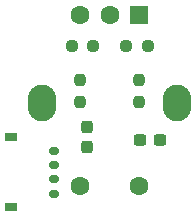
<source format=gbr>
G04 #@! TF.GenerationSoftware,KiCad,Pcbnew,8.0.3*
G04 #@! TF.CreationDate,2024-06-15T19:26:40-05:00*
G04 #@! TF.ProjectId,Encoder Board,456e636f-6465-4722-9042-6f6172642e6b,0*
G04 #@! TF.SameCoordinates,Original*
G04 #@! TF.FileFunction,Soldermask,Bot*
G04 #@! TF.FilePolarity,Negative*
%FSLAX46Y46*%
G04 Gerber Fmt 4.6, Leading zero omitted, Abs format (unit mm)*
G04 Created by KiCad (PCBNEW 8.0.3) date 2024-06-15 19:26:40*
%MOMM*%
%LPD*%
G01*
G04 APERTURE LIST*
G04 Aperture macros list*
%AMRoundRect*
0 Rectangle with rounded corners*
0 $1 Rounding radius*
0 $2 $3 $4 $5 $6 $7 $8 $9 X,Y pos of 4 corners*
0 Add a 4 corners polygon primitive as box body*
4,1,4,$2,$3,$4,$5,$6,$7,$8,$9,$2,$3,0*
0 Add four circle primitives for the rounded corners*
1,1,$1+$1,$2,$3*
1,1,$1+$1,$4,$5*
1,1,$1+$1,$6,$7*
1,1,$1+$1,$8,$9*
0 Add four rect primitives between the rounded corners*
20,1,$1+$1,$2,$3,$4,$5,0*
20,1,$1+$1,$4,$5,$6,$7,0*
20,1,$1+$1,$6,$7,$8,$9,0*
20,1,$1+$1,$8,$9,$2,$3,0*%
G04 Aperture macros list end*
%ADD10RoundRect,0.250000X-0.550000X0.550000X-0.550000X-0.550000X0.550000X-0.550000X0.550000X0.550000X0*%
%ADD11C,1.600000*%
%ADD12O,2.400000X3.100000*%
%ADD13RoundRect,0.150000X0.275000X-0.150000X0.275000X0.150000X-0.275000X0.150000X-0.275000X-0.150000X0*%
%ADD14RoundRect,0.187500X0.362500X-0.187500X0.362500X0.187500X-0.362500X0.187500X-0.362500X-0.187500X0*%
%ADD15RoundRect,0.237500X-0.300000X-0.237500X0.300000X-0.237500X0.300000X0.237500X-0.300000X0.237500X0*%
%ADD16RoundRect,0.237500X0.250000X0.237500X-0.250000X0.237500X-0.250000X-0.237500X0.250000X-0.237500X0*%
%ADD17RoundRect,0.237500X0.237500X-0.250000X0.237500X0.250000X-0.237500X0.250000X-0.237500X-0.250000X0*%
%ADD18RoundRect,0.237500X0.237500X-0.300000X0.237500X0.300000X-0.237500X0.300000X-0.237500X-0.300000X0*%
%ADD19RoundRect,0.237500X-0.250000X-0.237500X0.250000X-0.237500X0.250000X0.237500X-0.250000X0.237500X0*%
G04 APERTURE END LIST*
D10*
G04 #@! TO.C,SW1*
X135900000Y-103250000D03*
D11*
X130900000Y-103250000D03*
X133400000Y-103250000D03*
D12*
X127700000Y-110749999D03*
X139100000Y-110750000D03*
D11*
X135900000Y-117750000D03*
X130900000Y-117750000D03*
G04 #@! TD*
D13*
G04 #@! TO.C,J1*
X128675000Y-118400000D03*
X128675000Y-117200000D03*
X128675000Y-116000000D03*
X128675000Y-114800000D03*
D14*
X125050000Y-119575000D03*
X125050000Y-113625000D03*
G04 #@! TD*
D15*
G04 #@! TO.C,C1*
X135937499Y-113900000D03*
X137662501Y-113900000D03*
G04 #@! TD*
D16*
G04 #@! TO.C,R3*
X132012500Y-105900000D03*
X130187500Y-105900000D03*
G04 #@! TD*
D17*
G04 #@! TO.C,R2*
X135900000Y-110612500D03*
X135900000Y-108787500D03*
G04 #@! TD*
D18*
G04 #@! TO.C,C2*
X131500000Y-114462501D03*
X131500000Y-112737499D03*
G04 #@! TD*
D19*
G04 #@! TO.C,R1*
X134787500Y-105900000D03*
X136612500Y-105900000D03*
G04 #@! TD*
D17*
G04 #@! TO.C,R4*
X130900000Y-110612500D03*
X130900000Y-108787500D03*
G04 #@! TD*
M02*

</source>
